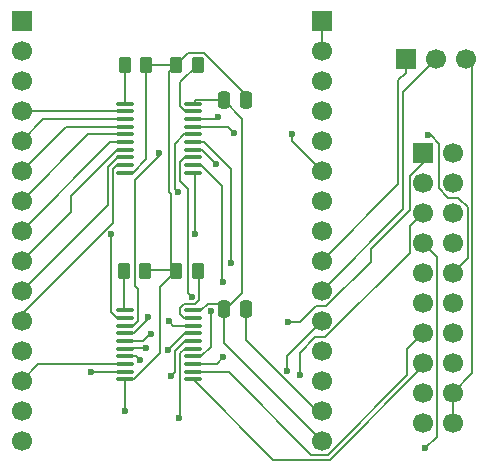
<source format=gbr>
%TF.GenerationSoftware,KiCad,Pcbnew,9.0.3-9.0.3-0~ubuntu24.04.1*%
%TF.CreationDate,2025-07-14T18:48:30-05:00*%
%TF.ProjectId,ESP32_LogicAnalyzer,45535033-325f-44c6-9f67-6963416e616c,rev?*%
%TF.SameCoordinates,Original*%
%TF.FileFunction,Copper,L1,Top*%
%TF.FilePolarity,Positive*%
%FSLAX46Y46*%
G04 Gerber Fmt 4.6, Leading zero omitted, Abs format (unit mm)*
G04 Created by KiCad (PCBNEW 9.0.3-9.0.3-0~ubuntu24.04.1) date 2025-07-14 18:48:30*
%MOMM*%
%LPD*%
G01*
G04 APERTURE LIST*
G04 Aperture macros list*
%AMRoundRect*
0 Rectangle with rounded corners*
0 $1 Rounding radius*
0 $2 $3 $4 $5 $6 $7 $8 $9 X,Y pos of 4 corners*
0 Add a 4 corners polygon primitive as box body*
4,1,4,$2,$3,$4,$5,$6,$7,$8,$9,$2,$3,0*
0 Add four circle primitives for the rounded corners*
1,1,$1+$1,$2,$3*
1,1,$1+$1,$4,$5*
1,1,$1+$1,$6,$7*
1,1,$1+$1,$8,$9*
0 Add four rect primitives between the rounded corners*
20,1,$1+$1,$2,$3,$4,$5,0*
20,1,$1+$1,$4,$5,$6,$7,0*
20,1,$1+$1,$6,$7,$8,$9,0*
20,1,$1+$1,$8,$9,$2,$3,0*%
G04 Aperture macros list end*
%TA.AperFunction,SMDPad,CuDef*%
%ADD10RoundRect,0.250000X0.262500X0.450000X-0.262500X0.450000X-0.262500X-0.450000X0.262500X-0.450000X0*%
%TD*%
%TA.AperFunction,ComponentPad*%
%ADD11R,1.700000X1.700000*%
%TD*%
%TA.AperFunction,ComponentPad*%
%ADD12C,1.700000*%
%TD*%
%TA.AperFunction,SMDPad,CuDef*%
%ADD13RoundRect,0.100000X-0.637500X-0.100000X0.637500X-0.100000X0.637500X0.100000X-0.637500X0.100000X0*%
%TD*%
%TA.AperFunction,SMDPad,CuDef*%
%ADD14RoundRect,0.250000X0.250000X0.475000X-0.250000X0.475000X-0.250000X-0.475000X0.250000X-0.475000X0*%
%TD*%
%TA.AperFunction,SMDPad,CuDef*%
%ADD15RoundRect,0.250000X-0.262500X-0.450000X0.262500X-0.450000X0.262500X0.450000X-0.262500X0.450000X0*%
%TD*%
%TA.AperFunction,ViaPad*%
%ADD16C,0.600000*%
%TD*%
%TA.AperFunction,Conductor*%
%ADD17C,0.200000*%
%TD*%
G04 APERTURE END LIST*
D10*
%TO.P,R2,2*%
%TO.N,GND*%
X145066500Y-100669800D03*
%TO.P,R2,1*%
%TO.N,Net-(U1-~{OE})*%
X146891500Y-100669800D03*
%TD*%
D11*
%TO.P,J5,1,Pin_1*%
%TO.N,/ESP32_TX2*%
X164483000Y-82724900D03*
D12*
%TO.P,J5,2,Pin_2*%
%TO.N,/ESP32_RX2*%
X167023000Y-82724900D03*
%TO.P,J5,3,Pin_3*%
%TO.N,GND*%
X169563000Y-82724900D03*
%TD*%
D10*
%TO.P,R4,2*%
%TO.N,Net-(U1-DIR)*%
X140616500Y-100669800D03*
%TO.P,R4,1*%
%TO.N,GND*%
X142441500Y-100669800D03*
%TD*%
D13*
%TO.P,U1,20,VCC*%
%TO.N,+3.3V*%
X146479000Y-103969800D03*
%TO.P,U1,19,~{OE}*%
%TO.N,Net-(U1-~{OE})*%
X146479000Y-104619800D03*
%TO.P,U1,18,B1*%
%TO.N,/CH0*%
X146479000Y-105269800D03*
%TO.P,U1,17,B2*%
%TO.N,/CH1*%
X146479000Y-105919800D03*
%TO.P,U1,16,B3*%
%TO.N,/CH2*%
X146479000Y-106569800D03*
%TO.P,U1,15,B4*%
%TO.N,/CH3*%
X146479000Y-107219800D03*
%TO.P,U1,14,B5*%
%TO.N,/CH4*%
X146479000Y-107869800D03*
%TO.P,U1,13,B6*%
%TO.N,/CH5*%
X146479000Y-108519800D03*
%TO.P,U1,12,B7*%
%TO.N,/CH6*%
X146479000Y-109169800D03*
%TO.P,U1,11,B8*%
%TO.N,/CH7*%
X146479000Y-109819800D03*
%TO.P,U1,10,GND*%
%TO.N,GND*%
X140754000Y-109819800D03*
%TO.P,U1,9,A8*%
%TO.N,Net-(J1-Pin_12)*%
X140754000Y-109169800D03*
%TO.P,U1,8,A7*%
%TO.N,Net-(J1-Pin_13)*%
X140754000Y-108519800D03*
%TO.P,U1,7,A6*%
%TO.N,Net-(J2-Pin_13)*%
X140754000Y-107869800D03*
%TO.P,U1,6,A5*%
%TO.N,Net-(J2-Pin_11)*%
X140754000Y-107219800D03*
%TO.P,U1,5,A4*%
%TO.N,Net-(J2-Pin_8)*%
X140754000Y-106569800D03*
%TO.P,U1,4,A3*%
%TO.N,Net-(J2-Pin_7)*%
X140754000Y-105919800D03*
%TO.P,U1,3,A2*%
%TO.N,Net-(J2-Pin_6)*%
X140754000Y-105269800D03*
%TO.P,U1,2,A1*%
%TO.N,Net-(J2-Pin_5)*%
X140754000Y-104619800D03*
%TO.P,U1,1,DIR*%
%TO.N,Net-(U1-DIR)*%
X140754000Y-103969800D03*
%TD*%
D12*
%TO.P,J1,15,Pin_15*%
%TO.N,unconnected-(J1-Pin_15-Pad15)*%
X131979000Y-115017600D03*
%TO.P,J1,14,Pin_14*%
%TO.N,GND*%
X131979000Y-112477600D03*
%TO.P,J1,13,Pin_13*%
%TO.N,Net-(J1-Pin_13)*%
X131979000Y-109937600D03*
%TO.P,J1,12,Pin_12*%
%TO.N,Net-(J1-Pin_12)*%
X131979000Y-107397600D03*
%TO.P,J1,11,Pin_11*%
%TO.N,Net-(J1-Pin_11)*%
X131979000Y-104857600D03*
%TO.P,J1,10,Pin_10*%
%TO.N,Net-(J1-Pin_10)*%
X131979000Y-102317600D03*
%TO.P,J1,9,Pin_9*%
%TO.N,Net-(J1-Pin_9)*%
X131979000Y-99777600D03*
%TO.P,J1,8,Pin_8*%
%TO.N,Net-(J1-Pin_8)*%
X131979000Y-97237600D03*
%TO.P,J1,7,Pin_7*%
%TO.N,Net-(J1-Pin_7)*%
X131979000Y-94697600D03*
%TO.P,J1,6,Pin_6*%
%TO.N,Net-(J1-Pin_6)*%
X131979000Y-92157600D03*
%TO.P,J1,5,Pin_5*%
%TO.N,Net-(J1-Pin_5)*%
X131979000Y-89617600D03*
%TO.P,J1,4,Pin_4*%
%TO.N,Net-(J1-Pin_4)*%
X131979000Y-87077600D03*
%TO.P,J1,3,Pin_3*%
%TO.N,unconnected-(J1-Pin_3-Pad3)*%
X131979000Y-84537600D03*
%TO.P,J1,2,Pin_2*%
%TO.N,unconnected-(J1-Pin_2-Pad2)*%
X131979000Y-81997600D03*
D11*
%TO.P,J1,1,Pin_1*%
%TO.N,unconnected-(J1-Pin_1-Pad1)*%
X131979000Y-79457600D03*
%TD*%
D14*
%TO.P,C1,2*%
%TO.N,+3.3V*%
X149079000Y-103894800D03*
%TO.P,C1,1*%
%TO.N,GND*%
X150979000Y-103894800D03*
%TD*%
D15*
%TO.P,R1,2*%
%TO.N,GND*%
X142529000Y-83169800D03*
%TO.P,R1,1*%
%TO.N,Net-(U2-DIR)*%
X140704000Y-83169800D03*
%TD*%
D13*
%TO.P,U2,20,VCC*%
%TO.N,+3.3V*%
X146479000Y-86469800D03*
%TO.P,U2,19,~{OE}*%
%TO.N,Net-(U2-~{OE})*%
X146479000Y-87119800D03*
%TO.P,U2,18,B1*%
%TO.N,/CH15*%
X146479000Y-87769800D03*
%TO.P,U2,17,B2*%
%TO.N,/CH14*%
X146479000Y-88419800D03*
%TO.P,U2,16,B3*%
%TO.N,/CH13*%
X146479000Y-89069800D03*
%TO.P,U2,15,B4*%
%TO.N,/CH12*%
X146479000Y-89719800D03*
%TO.P,U2,14,B5*%
%TO.N,/CH11*%
X146479000Y-90369800D03*
%TO.P,U2,13,B6*%
%TO.N,/CH10*%
X146479000Y-91019800D03*
%TO.P,U2,12,B7*%
%TO.N,/CH9*%
X146479000Y-91669800D03*
%TO.P,U2,11,B8*%
%TO.N,/CH8*%
X146479000Y-92319800D03*
%TO.P,U2,10,GND*%
%TO.N,GND*%
X140754000Y-92319800D03*
%TO.P,U2,9,A8*%
%TO.N,Net-(J1-Pin_11)*%
X140754000Y-91669800D03*
%TO.P,U2,8,A7*%
%TO.N,Net-(J1-Pin_10)*%
X140754000Y-91019800D03*
%TO.P,U2,7,A6*%
%TO.N,Net-(J1-Pin_9)*%
X140754000Y-90369800D03*
%TO.P,U2,6,A5*%
%TO.N,Net-(J1-Pin_8)*%
X140754000Y-89719800D03*
%TO.P,U2,5,A4*%
%TO.N,Net-(J1-Pin_7)*%
X140754000Y-89069800D03*
%TO.P,U2,4,A3*%
%TO.N,Net-(J1-Pin_6)*%
X140754000Y-88419800D03*
%TO.P,U2,3,A2*%
%TO.N,Net-(J1-Pin_5)*%
X140754000Y-87769800D03*
%TO.P,U2,2,A1*%
%TO.N,Net-(J1-Pin_4)*%
X140754000Y-87119800D03*
%TO.P,U2,1,DIR*%
%TO.N,Net-(U2-DIR)*%
X140754000Y-86469800D03*
%TD*%
D15*
%TO.P,R3,2*%
%TO.N,Net-(U2-~{OE})*%
X146891500Y-83169800D03*
%TO.P,R3,1*%
%TO.N,GND*%
X145066500Y-83169800D03*
%TD*%
D11*
%TO.P,J6,1,Pin_1*%
%TO.N,/CH0*%
X165973000Y-90616000D03*
D12*
%TO.P,J6,2,Pin_2*%
%TO.N,/CH15*%
X168513000Y-90616000D03*
%TO.P,J6,3,Pin_3*%
%TO.N,/CH1*%
X165973000Y-93156000D03*
%TO.P,J6,4,Pin_4*%
%TO.N,/CH14*%
X168513000Y-93156000D03*
%TO.P,J6,5,Pin_5*%
%TO.N,/CH2*%
X165973000Y-95696000D03*
%TO.P,J6,6,Pin_6*%
%TO.N,/CH13*%
X168513000Y-95696000D03*
%TO.P,J6,7,Pin_7*%
%TO.N,/CH3*%
X165973000Y-98236000D03*
%TO.P,J6,8,Pin_8*%
%TO.N,/CH12*%
X168513000Y-98236000D03*
%TO.P,J6,9,Pin_9*%
%TO.N,/CH4*%
X165973000Y-100776000D03*
%TO.P,J6,10,Pin_10*%
%TO.N,/CH11*%
X168513000Y-100776000D03*
%TO.P,J6,11,Pin_11*%
%TO.N,/CH5*%
X165973000Y-103316000D03*
%TO.P,J6,12,Pin_12*%
%TO.N,/CH10*%
X168513000Y-103316000D03*
%TO.P,J6,13,Pin_13*%
%TO.N,/CH6*%
X165973000Y-105856000D03*
%TO.P,J6,14,Pin_14*%
%TO.N,/CH9*%
X168513000Y-105856000D03*
%TO.P,J6,15,Pin_15*%
%TO.N,/CH7*%
X165973000Y-108396000D03*
%TO.P,J6,16,Pin_16*%
%TO.N,/CH8*%
X168513000Y-108396000D03*
%TO.P,J6,17,Pin_17*%
%TO.N,GND*%
X165973000Y-110936000D03*
%TO.P,J6,18,Pin_18*%
X168513000Y-110936000D03*
%TO.P,J6,19,Pin_19*%
X165973000Y-113476000D03*
%TO.P,J6,20,Pin_20*%
X168513000Y-113476000D03*
%TD*%
%TO.P,J2,15,Pin_15*%
%TO.N,+3.3V*%
X157379000Y-115017600D03*
%TO.P,J2,14,Pin_14*%
%TO.N,GND*%
X157379000Y-112477600D03*
%TO.P,J2,13,Pin_13*%
%TO.N,Net-(J2-Pin_13)*%
X157379000Y-109937600D03*
%TO.P,J2,12,Pin_12*%
%TO.N,unconnected-(J2-Pin_12-Pad12)*%
X157379000Y-107397600D03*
%TO.P,J2,11,Pin_11*%
%TO.N,Net-(J2-Pin_11)*%
X157379000Y-104857600D03*
%TO.P,J2,10,Pin_10*%
%TO.N,/ESP32_RX2*%
X157379000Y-102317600D03*
%TO.P,J2,9,Pin_9*%
%TO.N,/ESP32_TX2*%
X157379000Y-99777600D03*
%TO.P,J2,8,Pin_8*%
%TO.N,Net-(J2-Pin_8)*%
X157379000Y-97237600D03*
%TO.P,J2,7,Pin_7*%
%TO.N,Net-(J2-Pin_7)*%
X157379000Y-94697600D03*
%TO.P,J2,6,Pin_6*%
%TO.N,Net-(J2-Pin_6)*%
X157379000Y-92157600D03*
%TO.P,J2,5,Pin_5*%
%TO.N,Net-(J2-Pin_5)*%
X157379000Y-89617600D03*
%TO.P,J2,4,Pin_4*%
%TO.N,unconnected-(J2-Pin_4-Pad4)*%
X157379000Y-87077600D03*
%TO.P,J2,3,Pin_3*%
%TO.N,unconnected-(J2-Pin_3-Pad3)*%
X157379000Y-84537600D03*
%TO.P,J2,2,Pin_2*%
%TO.N,Net-(J2-Pin_1)*%
X157379000Y-81997600D03*
D11*
%TO.P,J2,1,Pin_1*%
X157379000Y-79457600D03*
%TD*%
D14*
%TO.P,C2,2*%
%TO.N,+3.3V*%
X149079000Y-86169800D03*
%TO.P,C2,1*%
%TO.N,GND*%
X150979000Y-86169800D03*
%TD*%
D16*
%TO.N,/CH11*%
X166349000Y-89154800D03*
%TO.N,/CH14*%
X149991700Y-88967300D03*
%TO.N,Net-(J2-Pin_11)*%
X154428728Y-109096900D03*
%TO.N,/CH8*%
X146698200Y-97500000D03*
%TO.N,/CH9*%
X149000000Y-101608100D03*
%TO.N,/CH13*%
X145201200Y-93951200D03*
%TO.N,/CH11*%
X148467700Y-91613300D03*
%TO.N,/CH15*%
X148589500Y-87607800D03*
%TO.N,/CH10*%
X146382300Y-102855700D03*
%TO.N,/CH12*%
X149740800Y-99945300D03*
%TO.N,/CH3*%
X145330300Y-113128500D03*
X166156350Y-115656350D03*
%TO.N,/CH4*%
X147984100Y-104041100D03*
%TO.N,/CH2*%
X155507400Y-109442100D03*
X144653800Y-109512800D03*
%TO.N,/CH5*%
X149067400Y-107959800D03*
%TO.N,/CH1*%
X144403300Y-107289000D03*
%TO.N,/CH0*%
X144418600Y-104914800D03*
X154500000Y-104933600D03*
%TO.N,Net-(J2-Pin_8)*%
X142942600Y-105951300D03*
%TO.N,Net-(J2-Pin_11)*%
X142474200Y-107164700D03*
%TO.N,Net-(J2-Pin_5)*%
X139585100Y-97536500D03*
%TO.N,Net-(J2-Pin_6)*%
X143583300Y-90648300D03*
X154864400Y-89033200D03*
%TO.N,Net-(J2-Pin_13)*%
X142027600Y-108199000D03*
%TO.N,Net-(J2-Pin_7)*%
X142712600Y-104494600D03*
%TO.N,Net-(J1-Pin_12)*%
X137852600Y-109223400D03*
%TO.N,GND*%
X140687900Y-112477600D03*
%TD*%
D17*
%TO.N,/CH8*%
X146698200Y-97500000D02*
X146698200Y-92539000D01*
X146698200Y-92539000D02*
X146479000Y-92319800D01*
%TO.N,/CH9*%
X149000000Y-101608100D02*
X148979000Y-101587100D01*
X148979000Y-101587100D02*
X148979000Y-93485100D01*
X148979000Y-93485100D02*
X147163700Y-91669800D01*
X147163700Y-91669800D02*
X146479000Y-91669800D01*
%TO.N,/CH0*%
X154500000Y-104933600D02*
X155555800Y-104933600D01*
X155555800Y-104933600D02*
X156901800Y-103587600D01*
X161518500Y-98744000D02*
X164821300Y-95441200D01*
X156901800Y-103587600D02*
X157769100Y-103587600D01*
X157769100Y-103587600D02*
X161518500Y-99838200D01*
X161518500Y-99838200D02*
X161518500Y-98744000D01*
X165973000Y-91479700D02*
X165973000Y-90616000D01*
X164821300Y-95441200D02*
X164821300Y-92631400D01*
X164821300Y-92631400D02*
X165973000Y-91479700D01*
%TO.N,/CH3*%
X167153800Y-114658900D02*
X167153800Y-99416800D01*
X166156350Y-115656350D02*
X167153800Y-114658900D01*
X167153800Y-99416800D02*
X165973000Y-98236000D01*
%TO.N,/CH13*%
X144936300Y-93686300D02*
X145201200Y-93951200D01*
X144936300Y-89883500D02*
X144936300Y-93686300D01*
X145750000Y-89069800D02*
X144936300Y-89883500D01*
X146479000Y-89069800D02*
X145750000Y-89069800D01*
%TO.N,/CH11*%
X148466100Y-91613300D02*
X148467700Y-91613300D01*
X147222600Y-90369800D02*
X146479000Y-90369800D01*
X148466100Y-91613300D02*
X147222600Y-90369800D01*
%TO.N,/CH15*%
X148427500Y-87769800D02*
X146479000Y-87769800D01*
X148589500Y-87607800D02*
X148427500Y-87769800D01*
%TO.N,/CH10*%
X145771600Y-91019800D02*
X146479000Y-91019800D01*
X145386000Y-91405400D02*
X145771600Y-91019800D01*
X145386000Y-93006600D02*
X145386000Y-91405400D01*
X146049000Y-93669600D02*
X145386000Y-93006600D01*
X146049000Y-102522400D02*
X146049000Y-93669600D01*
X146382300Y-102855700D02*
X146049000Y-102522400D01*
%TO.N,/CH12*%
X149740800Y-92033900D02*
X149740800Y-99945300D01*
X147426700Y-89719800D02*
X149740800Y-92033900D01*
X146479000Y-89719800D02*
X147426700Y-89719800D01*
%TO.N,/ESP32_TX2*%
X164483000Y-82724900D02*
X164483000Y-83876600D01*
X163879600Y-93277000D02*
X157379000Y-99777600D01*
X163879600Y-84480000D02*
X163879600Y-93277000D01*
X164483000Y-83876600D02*
X163879600Y-84480000D01*
%TO.N,/ESP32_RX2*%
X157379000Y-102315400D02*
X157379000Y-102317600D01*
X164281300Y-95413100D02*
X157379000Y-102315400D01*
X164281300Y-85466600D02*
X164281300Y-95413100D01*
X167023000Y-82724900D02*
X164281300Y-85466600D01*
%TO.N,/CH7*%
X165973000Y-108696100D02*
X165973000Y-108396000D01*
X158062300Y-116606800D02*
X165973000Y-108696100D01*
X153266000Y-116606800D02*
X158062300Y-116606800D01*
X146479000Y-109819800D02*
X153266000Y-116606800D01*
%TO.N,/CH3*%
X145406800Y-113052000D02*
X145330300Y-113128500D01*
X145406800Y-107620500D02*
X145406800Y-113052000D01*
X145807500Y-107219800D02*
X145406800Y-107620500D01*
X146479000Y-107219800D02*
X145807500Y-107219800D01*
%TO.N,/CH4*%
X147984100Y-104405800D02*
X147984100Y-104041100D01*
X147984100Y-107035900D02*
X147984100Y-104405800D01*
X147150200Y-107869800D02*
X147984100Y-107035900D01*
X146479000Y-107869800D02*
X147150200Y-107869800D01*
%TO.N,/CH2*%
X155507400Y-107584400D02*
X155507400Y-109442100D01*
X156845900Y-106245900D02*
X155507400Y-107584400D01*
X157654800Y-106245900D02*
X156845900Y-106245900D01*
X164821300Y-99079400D02*
X157654800Y-106245900D01*
X164821300Y-96847700D02*
X164821300Y-99079400D01*
X165973000Y-95696000D02*
X164821300Y-96847700D01*
X145005100Y-109161500D02*
X144653800Y-109512800D01*
X145005100Y-107387500D02*
X145005100Y-109161500D01*
X145822800Y-106569800D02*
X145005100Y-107387500D01*
X146479000Y-106569800D02*
X145822800Y-106569800D01*
%TO.N,/CH5*%
X148507400Y-108519800D02*
X146479000Y-108519800D01*
X149067400Y-107959800D02*
X148507400Y-108519800D01*
%TO.N,/CH6*%
X164583200Y-107245800D02*
X165973000Y-105856000D01*
X164583200Y-109482600D02*
X164583200Y-107245800D01*
X157883500Y-116182300D02*
X164583200Y-109482600D01*
X156507400Y-116182300D02*
X157883500Y-116182300D01*
X149494900Y-109169800D02*
X156507400Y-116182300D01*
X146479000Y-109169800D02*
X149494900Y-109169800D01*
%TO.N,/CH1*%
X145772500Y-105919800D02*
X144403300Y-107289000D01*
X146479000Y-105919800D02*
X145772500Y-105919800D01*
%TO.N,/CH0*%
X144773600Y-105269800D02*
X144418600Y-104914800D01*
X146479000Y-105269800D02*
X144773600Y-105269800D01*
%TO.N,Net-(U1-DIR)*%
X140616500Y-103832300D02*
X140616500Y-100669800D01*
X140754000Y-103969800D02*
X140616500Y-103832300D01*
%TO.N,Net-(U2-~{OE})*%
X145402900Y-84658400D02*
X146891500Y-83169800D01*
X145402900Y-86699900D02*
X145402900Y-84658400D01*
X145822800Y-87119800D02*
X145402900Y-86699900D01*
X146479000Y-87119800D02*
X145822800Y-87119800D01*
%TO.N,Net-(U1-~{OE})*%
X146984000Y-100762300D02*
X146891500Y-100669800D01*
X146984000Y-103104900D02*
X146984000Y-100762300D01*
X146631500Y-103457400D02*
X146984000Y-103104900D01*
X145685100Y-103457400D02*
X146631500Y-103457400D01*
X145406800Y-103735700D02*
X145685100Y-103457400D01*
X145406800Y-104286700D02*
X145406800Y-103735700D01*
X145739900Y-104619800D02*
X145406800Y-104286700D01*
X146479000Y-104619800D02*
X145739900Y-104619800D01*
%TO.N,Net-(U2-DIR)*%
X140704000Y-86419800D02*
X140754000Y-86469800D01*
X140704000Y-83169800D02*
X140704000Y-86419800D01*
%TO.N,Net-(J2-Pin_8)*%
X142218300Y-106569800D02*
X140754000Y-106569800D01*
X142836800Y-105951300D02*
X142218300Y-106569800D01*
X142942600Y-105951300D02*
X142836800Y-105951300D01*
%TO.N,Net-(J2-Pin_11)*%
X140809100Y-107164700D02*
X140754000Y-107219800D01*
X142474200Y-107164700D02*
X140809100Y-107164700D01*
%TO.N,Net-(J2-Pin_5)*%
X140051800Y-104619800D02*
X140754000Y-104619800D01*
X139585100Y-104153100D02*
X140051800Y-104619800D01*
X139585100Y-97536500D02*
X139585100Y-104153100D01*
%TO.N,Net-(J2-Pin_1)*%
X157379000Y-79457600D02*
X157379000Y-81997600D01*
%TO.N,Net-(J2-Pin_6)*%
X143583300Y-90931200D02*
X143583300Y-90648300D01*
X141594800Y-92919700D02*
X143583300Y-90931200D01*
X141594800Y-101949800D02*
X141594800Y-92919700D01*
X141794800Y-102149800D02*
X141594800Y-101949800D01*
X141794800Y-104885200D02*
X141794800Y-102149800D01*
X141410200Y-105269800D02*
X141794800Y-104885200D01*
X140754000Y-105269800D02*
X141410200Y-105269800D01*
X154864400Y-89643000D02*
X154864400Y-89033200D01*
X157379000Y-92157600D02*
X154864400Y-89643000D01*
X143583300Y-90648300D02*
X143582600Y-90648300D01*
X143582600Y-90648300D02*
X143583300Y-90648300D01*
%TO.N,Net-(J2-Pin_13)*%
X141698400Y-107869800D02*
X142027600Y-108199000D01*
X140754000Y-107869800D02*
X141698400Y-107869800D01*
%TO.N,Net-(J2-Pin_7)*%
X142712600Y-104697700D02*
X142712600Y-104494600D01*
X141490500Y-105919800D02*
X142712600Y-104697700D01*
X140754000Y-105919800D02*
X141490500Y-105919800D01*
%TO.N,Net-(J1-Pin_6)*%
X135716800Y-88419800D02*
X140754000Y-88419800D01*
X131979000Y-92157600D02*
X135716800Y-88419800D01*
%TO.N,Net-(J1-Pin_4)*%
X132021200Y-87119800D02*
X131979000Y-87077600D01*
X140754000Y-87119800D02*
X132021200Y-87119800D01*
%TO.N,Net-(J1-Pin_11)*%
X131979000Y-104291800D02*
X131979000Y-104857600D01*
X139685700Y-96585100D02*
X131979000Y-104291800D01*
X139685700Y-92042300D02*
X139685700Y-96585100D01*
X140058200Y-91669800D02*
X139685700Y-92042300D01*
X140754000Y-91669800D02*
X140058200Y-91669800D01*
%TO.N,Net-(J1-Pin_10)*%
X139283900Y-95012700D02*
X131979000Y-102317600D01*
X139283900Y-91833700D02*
X139283900Y-95012700D01*
X140097800Y-91019800D02*
X139283900Y-91833700D01*
X140754000Y-91019800D02*
X140097800Y-91019800D01*
%TO.N,Net-(J1-Pin_5)*%
X133826800Y-87769800D02*
X140754000Y-87769800D01*
X131979000Y-89617600D02*
X133826800Y-87769800D01*
%TO.N,Net-(J1-Pin_12)*%
X137906200Y-109169800D02*
X137852600Y-109223400D01*
X140754000Y-109169800D02*
X137906200Y-109169800D01*
%TO.N,Net-(J1-Pin_9)*%
X136127100Y-95629500D02*
X131979000Y-99777600D01*
X136127100Y-94328500D02*
X136127100Y-95629500D01*
X140085800Y-90369800D02*
X136127100Y-94328500D01*
X140754000Y-90369800D02*
X140085800Y-90369800D01*
%TO.N,Net-(J1-Pin_7)*%
X137606800Y-89069800D02*
X140754000Y-89069800D01*
X131979000Y-94697600D02*
X137606800Y-89069800D01*
%TO.N,Net-(J1-Pin_13)*%
X133396800Y-108519800D02*
X140754000Y-108519800D01*
X131979000Y-109937600D02*
X133396800Y-108519800D01*
%TO.N,Net-(J1-Pin_8)*%
X139496800Y-89719800D02*
X131979000Y-97237600D01*
X140754000Y-89719800D02*
X139496800Y-89719800D01*
%TO.N,GND*%
X168513000Y-113476000D02*
X168513000Y-110936000D01*
X142529000Y-83169800D02*
X145066500Y-83169800D01*
X141410200Y-92319800D02*
X140754000Y-92319800D01*
X142529000Y-91201000D02*
X141410200Y-92319800D01*
X142529000Y-83169800D02*
X142529000Y-91201000D01*
X140754000Y-112411500D02*
X140754000Y-109819800D01*
X140687900Y-112477600D02*
X140754000Y-112411500D01*
X146071000Y-82165300D02*
X145066500Y-83169800D01*
X147403400Y-82165300D02*
X146071000Y-82165300D01*
X150979000Y-85740900D02*
X147403400Y-82165300D01*
X150979000Y-86169800D02*
X150979000Y-85740900D01*
X142520200Y-100591100D02*
X144586100Y-100591100D01*
X142441500Y-100669800D02*
X142520200Y-100591100D01*
X144987800Y-100591100D02*
X145066500Y-100669800D01*
X144586100Y-100591100D02*
X144987800Y-100591100D01*
X141472500Y-109819800D02*
X140754000Y-109819800D01*
X143717300Y-107575000D02*
X141472500Y-109819800D01*
X143717300Y-102019000D02*
X143717300Y-107575000D01*
X145066500Y-100669800D02*
X143717300Y-102019000D01*
X170134600Y-83296500D02*
X169563000Y-82724900D01*
X170134600Y-109314400D02*
X170134600Y-83296500D01*
X168513000Y-110936000D02*
X170134600Y-109314400D01*
X156960900Y-112477600D02*
X157379000Y-112477600D01*
X150979000Y-106495700D02*
X156960900Y-112477600D01*
X150979000Y-103894800D02*
X150979000Y-106495700D01*
X144419800Y-83816500D02*
X144419800Y-93938800D01*
X145066500Y-83169800D02*
X144419800Y-83816500D01*
X144586100Y-94105100D02*
X144586100Y-100591100D01*
X144419800Y-93938800D02*
X144586100Y-94105100D01*
X144419800Y-93938800D02*
X144586100Y-94105100D01*
%TO.N,+3.3V*%
X146779000Y-86169800D02*
X149079000Y-86169800D01*
X146479000Y-86469800D02*
X146779000Y-86169800D01*
X149079000Y-106717600D02*
X149079000Y-103894800D01*
X157379000Y-115017600D02*
X149079000Y-106717600D01*
X148623600Y-103439400D02*
X149079000Y-103894800D01*
X147735000Y-103439400D02*
X148623600Y-103439400D01*
X147204700Y-103969700D02*
X147735000Y-103439400D01*
X147204700Y-103969800D02*
X147204700Y-103969700D01*
X146479000Y-103969800D02*
X147204700Y-103969800D01*
X150660700Y-87751500D02*
X149079000Y-86169800D01*
X150660700Y-102523300D02*
X150660700Y-87751500D01*
X149289200Y-103894800D02*
X150660700Y-102523300D01*
X149079000Y-103894800D02*
X149289200Y-103894800D01*
%TO.N,Net-(J2-Pin_11)*%
X154432700Y-109092928D02*
X154432700Y-107803900D01*
X154428728Y-109096900D02*
X154432700Y-109092928D01*
X154432700Y-107803900D02*
X157379000Y-104857600D01*
%TO.N,/CH14*%
X149991700Y-88967300D02*
X149444200Y-88419800D01*
X149444200Y-88419800D02*
X146479000Y-88419800D01*
%TO.N,/CH11*%
X169732900Y-99556100D02*
X168513000Y-100776000D01*
X169732900Y-95213700D02*
X169732900Y-99556100D01*
X167343000Y-93650100D02*
X168118900Y-94426000D01*
X168118900Y-94426000D02*
X168945200Y-94426000D01*
X166639300Y-89154800D02*
X167343000Y-89858500D01*
X168945200Y-94426000D02*
X169732900Y-95213700D01*
X166349000Y-89154800D02*
X166639300Y-89154800D01*
X167343000Y-89858500D02*
X167343000Y-93650100D01*
%TD*%
M02*

</source>
